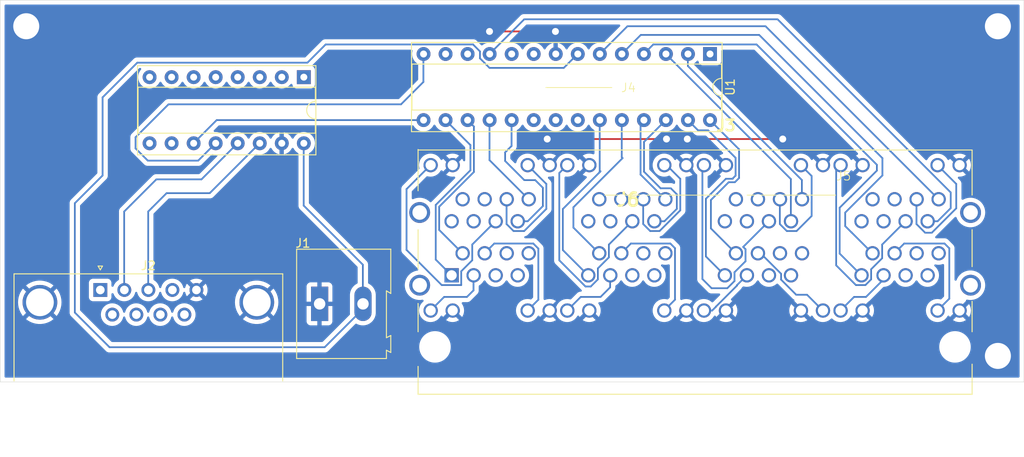
<source format=kicad_pcb>
(kicad_pcb (version 20240108) (generator "pcbnew") (generator_version "8.0")
  (layers (0 "F.Cu" signal) (31 "B.Cu" signal) (34 "B.Paste" user) (35 "F.Paste" user) (36 "B.SilkS" user "B.Silkscreen") (37 "F.SilkS" user "F.Silkscreen") (38 "B.Mask" user) (39 "F.Mask" user) (44 "Edge.Cuts" user))
  (net 0 "")
  (net 1 "GND")
  (net 2 "+5V")
  (net 8 "Net-(U2-T1OUT)")
  (net 15 "Net-(U1-PB4)")
  (net 16 "Net-(U1-PC3)")
  (net 17 "Net-(U1-PD1)")
  (net 22 "Net-(U1-PD4)")
  (net 23 "Net-(J3-ANODE_GREEN_2)")
  (net 25 "Net-(U1-PD3)")
  (net 27 "Net-(U1-PC0)")
  (net 28 "Net-(U1-PD0)")
  (net 35 "Net-(U1-PC2)")
  (net 39 "Net-(U1-PD5)")
  (net 40 "Net-(J3-ANODE_GREEN_1)")
  (net 41 "Net-(U1-PC1)")
  (net 43 "Net-(J3-ANODE_GREEN_11)")
  (net 45 "Net-(J3-ANODE_GREEN_7)")
  (net 46 "Net-(U1-PC5)")
  (net 47 "Net-(U1-PB5)")
  (net 50 "Net-(J3-ANODE_GREEN_4)")
  (net 51 "Net-(U1-PD2)")
  (net 53 "Net-(J3-ANODE_GREEN_14)")
  (net 54 "Net-(J3-ANODE_GREEN_3)")
  (net 55 "Net-(J3-ANODE_GREEN_12)")
  (net 56 "Net-(J3-ANODE_GREEN_13)")
  (net 57 "Net-(U1-PC4)")
  (net 58 "Net-(J3-ANODE_GREEN_10)")
  (net 62 "Net-(U1-PB2)")
  (net 65 "Net-(J3-ANODE_GREEN_15)")
  (net 67 "Net-(J3-ANODE_GREEN_16)")
  (net 69 "Net-(U1-PB3)")
  (net 71 "Net-(J3-ANODE_GREEN_9)")
  (net 76 "Net-(U1-PB0)")
  (net 79 "Net-(U1-PB1)")
  (net 95 "Net-(U2-R1IN)")
  (net 96 "Net-(J3-ANODE_GREEN_5)")
  (net 97 "Net-(J3-ANODE_GREEN_6)")
  (net 98 "Net-(J3-ANODE_GREEN_8)")
  (footprint "TerminalBlock:TerminalBlock_Altech_AK300-2_P5.00mm" (layer "F.Cu") (at 120.32 108.53)
    (property "Reference" "J1" (at -1.92 -6.99 0) (layer "F.SilkS"))
    (property "Value" "Screw_Terminal_01x02")
    (fp_line (start -2.65 -6.3) (end -2.65 6.3) (stroke (width 0.12)) (layer "F.SilkS"))
    (fp_line (start -2.65 6.3) (end 7.7 6.3) (stroke (width 0.12)) (layer "F.SilkS"))
    (fp_line (start 7.7 -1.5) (end 8.2 -1.2) (stroke (width 0.12)) (layer "F.SilkS"))
    (fp_line (start 7.7 3.9) (end 7.7 -1.5) (stroke (width 0.12)) (layer "F.SilkS"))
    (fp_line (start 7.7 5.35) (end 8.2 5.6) (stroke (width 0.12)) (layer "F.SilkS"))
    (fp_line (start 7.7 6.3) (end 7.7 5.35) (stroke (width 0.12)) (layer "F.SilkS"))
    (fp_line (start 8.2 -6.3) (end -2.65 -6.3) (stroke (width 0.12)) (layer "F.SilkS"))
    (fp_line (start 8.2 -1.2) (end 8.2 -6.3) (stroke (width 0.12)) (layer "F.SilkS"))
    (fp_line (start 8.2 3.65) (end 7.7 3.9) (stroke (width 0.12)) (layer "F.SilkS"))
    (fp_line (start 8.2 3.7) (end 8.2 3.65) (stroke (width 0.12)) (layer "F.SilkS"))
    (fp_line (start 8.2 5.6) (end 8.2 3.7) (stroke (width 0.12)) (layer "F.SilkS"))
    (pad "1" thru_hole rect (at 0 0) (size 1.98 3.96) (drill 1.32) (layers "*.Cu" "*.Mask") (net 1 "GND"))
    (pad "2" thru_hole oval (at 5 0) (size 1.98 3.96) (drill 1.32) (layers "*.Cu" "*.Mask") (net 2 "+5V"))
  )
  (footprint "Package_DIP:DIP-16_W7.62mm_Socket" (layer "F.Cu") (at 118.5 82.4 -90)
    (property "Reference" "U2" (hide yes))
    (property "Value" "MAX232")
    (fp_line (start -1.33 19.17) (end 8.95 19.17) (stroke (width 0.12)) (layer "F.SilkS"))
    (fp_line (start 8.95 19.17) (end 8.95 -1.39) (stroke (width 0.12)) (layer "F.SilkS"))
    (fp_line (start 1.16 19.11) (end 6.46 19.11) (stroke (width 0.12)) (layer "F.SilkS"))
    (fp_line (start 6.46 19.11) (end 6.46 -1.33) (stroke (width 0.12)) (layer "F.SilkS"))
    (fp_line (start 1.16 -1.33) (end 1.16 19.11) (stroke (width 0.12)) (layer "F.SilkS"))
    (fp_line (start 2.81 -1.33) (end 1.16 -1.33) (stroke (width 0.12)) (layer "F.SilkS"))
    (fp_line (start 6.46 -1.33) (end 4.81 -1.33) (stroke (width 0.12)) (layer "F.SilkS"))
    (fp_line (start -1.33 -1.39) (end -1.33 19.17) (stroke (width 0.12)) (layer "F.SilkS"))
    (fp_line (start 8.95 -1.39) (end -1.33 -1.39) (stroke (width 0.12)) (layer "F.SilkS"))
    (fp_arc (start 4.81 -1.33) (mid 3.81 -0.33) (end 2.81 -1.33) (stroke (width 0.12)) (layer "F.SilkS"))
    (pad "1" thru_hole rect (at 0 0 270) (size 1.6 1.6) (drill 0.8) (layers "*.Cu" "*.Mask"))
    (pad "2" thru_hole oval (at 0 2.54 270) (size 1.6 1.6) (drill 0.8) (layers "*.Cu" "*.Mask"))
    (pad "3" thru_hole oval (at 0 5.08 270) (size 1.6 1.6) (drill 0.8) (layers "*.Cu" "*.Mask"))
    (pad "4" thru_hole oval (at 0 7.62 270) (size 1.6 1.6) (drill 0.8) (layers "*.Cu" "*.Mask"))
    (pad "5" thru_hole oval (at 0 10.16 270) (size 1.6 1.6) (drill 0.8) (layers "*.Cu" "*.Mask"))
    (pad "6" thru_hole oval (at 0 12.7 270) (size 1.6 1.6) (drill 0.8) (layers "*.Cu" "*.Mask"))
    (pad "7" thru_hole oval (at 0 15.24 270) (size 1.6 1.6) (drill 0.8) (layers "*.Cu" "*.Mask"))
    (pad "8" thru_hole oval (at 0 17.78 270) (size 1.6 1.6) (drill 0.8) (layers "*.Cu" "*.Mask"))
    (pad "9" thru_hole oval (at 7.62 17.78 270) (size 1.6 1.6) (drill 0.8) (layers "*.Cu" "*.Mask"))
    (pad "10" thru_hole oval (at 7.62 15.24 270) (size 1.6 1.6) (drill 0.8) (layers "*.Cu" "*.Mask"))
    (pad "11" thru_hole oval (at 7.62 12.7 270) (size 1.6 1.6) (drill 0.8) (layers "*.Cu" "*.Mask") (net 79 "Net-(U1-PB1)"))
    (pad "12" thru_hole oval (at 7.62 10.16 270) (size 1.6 1.6) (drill 0.8) (layers "*.Cu" "*.Mask") (net 76 "Net-(U1-PB0)"))
    (pad "13" thru_hole oval (at 7.62 7.62 270) (size 1.6 1.6) (drill 0.8) (layers "*.Cu" "*.Mask") (net 95 "Net-(U2-R1IN)"))
    (pad "14" thru_hole oval (at 7.62 5.08 270) (size 1.6 1.6) (drill 0.8) (layers "*.Cu" "*.Mask") (net 8 "Net-(U2-T1OUT)"))
    (pad "15" thru_hole oval (at 7.62 2.54 270) (size 1.6 1.6) (drill 0.8) (layers "*.Cu" "*.Mask") (net 1 "GND"))
    (pad "16" thru_hole oval (at 7.62 0 270) (size 1.6 1.6) (drill 0.8) (layers "*.Cu" "*.Mask") (net 2 "+5V"))
  )
  (footprint "rj45:HCJ24804SKL12" (layer "F.Cu") (at 163.604 103.462)
    (property "Reference" "J3" (at 3.554 -15.494 0) (layer "F.SilkS") (effects (font (size 1.27 1.27) (thickness 0.254))))
    (property "Value" "HCJ24-804SK-L12" (hide yes))
    (fp_line (start -31.929 -12.722) (end -31.929 -12.722) (stroke (width 0.1)) (layer "F.SilkS"))
    (fp_line (start -31.929 -12.722) (end -31.929 -7.972) (stroke (width 0.1)) (layer "F.SilkS"))
    (fp_line (start -31.929 -12.662) (end -31.929 -12.662) (stroke (width 0.1)) (layer "F.SilkS"))
    (fp_line (start -31.929 -12.662) (end 31.931 -12.662) (stroke (width 0.1)) (layer "F.SilkS"))
    (fp_line (start -31.929 -7.972) (end -31.929 -12.722) (stroke (width 0.1)) (layer "F.SilkS"))
    (fp_line (start -31.929 -7.972) (end -31.929 -7.972) (stroke (width 0.1)) (layer "F.SilkS"))
    (fp_line (start -31.929 -3.472) (end -31.929 -3.472) (stroke (width 0.1)) (layer "F.SilkS"))
    (fp_line (start -31.929 -3.472) (end -31.929 1.028) (stroke (width 0.1)) (layer "F.SilkS"))
    (fp_line (start -31.929 1.028) (end -31.929 -3.472) (stroke (width 0.1)) (layer "F.SilkS"))
    (fp_line (start -31.929 1.028) (end -31.929 1.028) (stroke (width 0.1)) (layer "F.SilkS"))
    (fp_line (start -31.929 5.028) (end -31.929 5.028) (stroke (width 0.1)) (layer "F.SilkS"))
    (fp_line (start -31.929 5.028) (end -31.929 8.278) (stroke (width 0.1)) (layer "F.SilkS"))
    (fp_line (start -31.929 8.278) (end -31.929 5.028) (stroke (width 0.1)) (layer "F.SilkS"))
    (fp_line (start -31.929 8.278) (end -31.929 8.278) (stroke (width 0.1)) (layer "F.SilkS"))
    (fp_line (start -31.929 12.278) (end -31.929 12.278) (stroke (width 0.1)) (layer "F.SilkS"))
    (fp_line (start -31.929 12.278) (end -31.929 15.488) (stroke (width 0.1)) (layer "F.SilkS"))
    (fp_line (start -31.929 15.488) (end -31.929 12.278) (stroke (width 0.1)) (layer "F.SilkS"))
    (fp_line (start -31.929 15.488) (end -31.929 15.488) (stroke (width 0.1)) (layer "F.SilkS"))
    (fp_line (start -31.929 15.488) (end -31.929 15.488) (stroke (width 0.1)) (layer "F.SilkS"))
    (fp_line (start -31.929 15.488) (end 31.931 15.488) (stroke (width 0.1)) (layer "F.SilkS"))
    (fp_line (start 31.931 -12.662) (end -31.929 -12.662) (stroke (width 0.1)) (layer "F.SilkS"))
    (fp_line (start 31.931 -12.662) (end 31.931 -12.662) (stroke (width 0.1)) (layer "F.SilkS"))
    (fp_line (start 31.931 -12.662) (end 31.931 -12.662) (stroke (width 0.1)) (layer "F.SilkS"))
    (fp_line (start 31.931 -12.662) (end 31.931 -7.472) (stroke (width 0.1)) (layer "F.SilkS"))
    (fp_line (start 31.931 -7.472) (end 31.931 -12.662) (stroke (width 0.1)) (layer "F.SilkS"))
    (fp_line (start 31.931 -7.472) (end 31.931 -7.472) (stroke (width 0.1)) (layer "F.SilkS"))
    (fp_line (start 31.931 -3.472) (end 31.931 -3.472) (stroke (width 0.1)) (layer "F.SilkS"))
    (fp_line (start 31.931 -3.472) (end 31.931 0.778) (stroke (width 0.1)) (layer "F.SilkS"))
    (fp_line (start 31.931 0.778) (end 31.931 -3.472) (stroke (width 0.1)) (layer "F.SilkS"))
    (fp_line (start 31.931 0.778) (end 31.931 0.778) (stroke (width 0.1)) (layer "F.SilkS"))
    (fp_line (start 31.931 4.778) (end 31.931 4.778) (stroke (width 0.1)) (layer "F.SilkS"))
    (fp_line (start 31.931 4.778) (end 31.931 8.278) (stroke (width 0.1)) (layer "F.SilkS"))
    (fp_line (start 31.931 8.278) (end 31.931 4.778) (stroke (width 0.1)) (layer "F.SilkS"))
    (fp_line (start 31.931 8.278) (end 31.931 8.278) (stroke (width 0.1)) (layer "F.SilkS"))
    (fp_line (start 31.931 12.028) (end 31.931 12.028) (stroke (width 0.1)) (layer "F.SilkS"))
    (fp_line (start 31.931 12.028) (end 31.931 15.488) (stroke (width 0.1)) (layer "F.SilkS"))
    (fp_line (start 31.931 15.488) (end -31.929 15.488) (stroke (width 0.1)) (layer "F.SilkS"))
    (fp_line (start 31.931 15.488) (end 31.931 12.028) (stroke (width 0.1)) (layer "F.SilkS"))
    (fp_line (start 31.931 15.488) (end 31.931 15.488) (stroke (width 0.1)) (layer "F.SilkS"))
    (fp_line (start 31.931 15.488) (end 31.931 15.488) (stroke (width 0.1)) (layer "F.SilkS"))
    (pad "" np_thru_hole circle (at -29.969 10.028) (size 3.13 3.13) (drill 3.13) (layers "*.Cu" "*.Mask"))
    (pad "" np_thru_hole circle (at 29.971 10.028) (size 3.13 3.13) (drill 3.13) (layers "*.Cu" "*.Mask"))
    (pad "A1" thru_hole rect (at -28.069 1.778) (size 1.65 1.65) (drill 1.18) (layers "*.Cu" "*.Mask") (net 62 "Net-(U1-PB2)"))
    (pad "A2" thru_hole circle (at -26.799 -0.762) (size 1.65 1.65) (drill 1.18) (layers "*.Cu" "*.Mask") (net 69 "Net-(U1-PB3)"))
    (pad "A3" thru_hole circle (at -25.529 1.778) (size 1.65 1.65) (drill 1.18) (layers "*.Cu" "*.Mask") (net 23 "Net-(J3-ANODE_GREEN_2)"))
    (pad "A4" thru_hole circle (at -24.259 -0.762) (size 1.65 1.65) (drill 1.18) (layers "*.Cu" "*.Mask") (net 40 "Net-(J3-ANODE_GREEN_1)"))
    (pad "A5" thru_hole circle (at -22.989 1.778) (size 1.65 1.65) (drill 1.18) (layers "*.Cu" "*.Mask"))
    (pad "A6" thru_hole circle (at -21.719 -0.762) (size 1.65 1.65) (drill 1.18) (layers "*.Cu" "*.Mask"))
    (pad "A7" thru_hole circle (at -20.449 1.778) (size 1.65 1.65) (drill 1.18) (layers "*.Cu" "*.Mask"))
    (pad "A8" thru_hole circle (at -19.179 -0.762) (size 1.65 1.65) (drill 1.18) (layers "*.Cu" "*.Mask"))
    (pad "A9" thru_hole circle (at -16.764 5.838) (size 1.65 1.65) (drill 1.18) (layers "*.Cu" "*.Mask") (net 1 "GND"))
    (pad "A10" thru_hole circle (at -19.304 5.838) (size 1.65 1.65) (drill 1.18) (layers "*.Cu" "*.Mask") (net 40 "Net-(J3-ANODE_GREEN_1)"))
    (pad "A11" thru_hole circle (at -27.944 5.838) (size 1.65 1.65) (drill 1.18) (layers "*.Cu" "*.Mask") (net 1 "GND"))
    (pad "A12" thru_hole circle (at -30.484 5.838) (size 1.65 1.65) (drill 1.18) (layers "*.Cu" "*.Mask") (net 23 "Net-(J3-ANODE_GREEN_2)"))
    (pad "B1" thru_hole circle (at -19.179 -6.992) (size 1.65 1.65) (drill 1.18) (layers "*.Cu" "*.Mask") (net 15 "Net-(U1-PB4)"))
    (pad "B2" thru_hole circle (at -20.449 -4.452) (size 1.65 1.65) (drill 1.18) (layers "*.Cu" "*.Mask") (net 47 "Net-(U1-PB5)"))
    (pad "B3" thru_hole circle (at -21.719 -6.992) (size 1.65 1.65) (drill 1.18) (layers "*.Cu" "*.Mask") (net 50 "Net-(J3-ANODE_GREEN_4)"))
    (pad "B4" thru_hole circle (at -22.989 -4.452) (size 1.65 1.65) (drill 1.18) (layers "*.Cu" "*.Mask") (net 54 "Net-(J3-ANODE_GREEN_3)"))
    (pad "B5" thru_hole circle (at -24.259 -6.992) (size 1.65 1.65) (drill 1.18) (layers "*.Cu" "*.Mask"))
    (pad "B6" thru_hole circle (at -25.529 -4.452) (size 1.65 1.65) (drill 1.18) (layers "*.Cu" "*.Mask"))
    (pad "B7" thru_hole circle (at -26.799 -6.992) (size 1.65 1.65) (drill 1.18) (layers "*.Cu" "*.Mask"))
    (pad "B8" thru_hole circle (at -28.069 -4.452) (size 1.65 1.65) (drill 1.18) (layers "*.Cu" "*.Mask"))
    (pad "B9" thru_hole circle (at -30.484 -10.922) (size 1.65 1.65) (drill 1.18) (layers "*.Cu" "*.Mask") (net 54 "Net-(J3-ANODE_GREEN_3)"))
    (pad "B10" thru_hole circle (at -27.944 -10.922) (size 1.65 1.65) (drill 1.18) (layers "*.Cu" "*.Mask") (net 1 "GND"))
    (pad "B11" thru_hole circle (at -19.304 -10.922) (size 1.65 1.65) (drill 1.18) (layers "*.Cu" "*.Mask") (net 50 "Net-(J3-ANODE_GREEN_4)"))
    (pad "B12" thru_hole circle (at -16.764 -10.922) (size 1.65 1.65) (drill 1.18) (layers "*.Cu" "*.Mask") (net 1 "GND"))
    (pad "C1" thru_hole circle (at -12.319 1.778) (size 1.65 1.65) (drill 1.18) (layers "*.Cu" "*.Mask") (net 27 "Net-(U1-PC0)"))
    (pad "C2" thru_hole circle (at -11.049 -0.762) (size 1.65 1.65) (drill 1.18) (layers "*.Cu" "*.Mask") (net 41 "Net-(U1-PC1)"))
    (pad "C3" thru_hole circle (at -9.779 1.778) (size 1.65 1.65) (drill 1.18) (layers "*.Cu" "*.Mask") (net 97 "Net-(J3-ANODE_GREEN_6)"))
    (pad "C4" thru_hole circle (at -8.509 -0.762) (size 1.65 1.65) (drill 1.18) (layers "*.Cu" "*.Mask") (net 96 "Net-(J3-ANODE_GREEN_5)"))
    (pad "C5" thru_hole circle (at -7.239 1.778) (size 1.65 1.65) (drill 1.18) (layers "*.Cu" "*.Mask"))
    (pad "C6" thru_hole circle (at -5.969 -0.762) (size 1.65 1.65) (drill 1.18) (layers "*.Cu" "*.Mask"))
    (pad "C7" thru_hole circle (at -4.699 1.778) (size 1.65 1.65) (drill 1.18) (layers "*.Cu" "*.Mask"))
    (pad "C8" thru_hole circle (at -3.429 -0.762) (size 1.65 1.65) (drill 1.18) (layers "*.Cu" "*.Mask"))
    (pad "C9" thru_hole circle (at -1.014 5.838) (size 1.65 1.65) (drill 1.18) (layers "*.Cu" "*.Mask") (net 1 "GND"))
    (pad "C10" thru_hole circle (at -3.554 5.838) (size 1.65 1.65) (drill 1.18) (layers "*.Cu" "*.Mask") (net 96 "Net-(J3-ANODE_GREEN_5)"))
    (pad "C11" thru_hole circle (at -12.194 5.838) (size 1.65 1.65) (drill 1.18) (layers "*.Cu" "*.Mask") (net 1 "GND"))
    (pad "C12" thru_hole circle (at -14.734 5.838) (size 1.65 1.65) (drill 1.18) (layers "*.Cu" "*.Mask") (net 97 "Net-(J3-ANODE_GREEN_6)"))
    (pad "D1" thru_hole circle (at -3.429 -6.992) (size 1.65 1.65) (drill 1.18) (layers "*.Cu" "*.Mask") (net 35 "Net-(U1-PC2)"))
    (pad "D2" thru_hole circle (at -4.699 -4.452) (size 1.65 1.65) (drill 1.18) (layers "*.Cu" "*.Mask") (net 16 "Net-(U1-PC3)"))
    (pad "D3" thru_hole circle (at -5.969 -6.992) (size 1.65 1.65) (drill 1.18) (layers "*.Cu" "*.Mask") (net 98 "Net-(J3-ANODE_GREEN_8)"))
    (pad "D4" thru_hole circle (at -7.239 -4.452) (size 1.65 1.65) (drill 1.18) (layers "*.Cu" "*.Mask") (net 45 "Net-(J3-ANODE_GREEN_7)"))
    (pad "D5" thru_hole circle (at -8.509 -6.992) (size 1.65 1.65) (drill 1.18) (layers "*.Cu" "*.Mask"))
    (pad "D6" thru_hole circle (at -9.779 -4.452) (size 1.65 1.65) (drill 1.18) (layers "*.Cu" "*.Mask"))
    (pad "D7" thru_hole circle (at -11.049 -6.992) (size 1.65 1.65) (drill 1.18) (layers "*.Cu" "*.Mask"))
    (pad "D8" thru_hole circle (at -12.319 -4.452) (size 1.65 1.65) (drill 1.18) (layers "*.Cu" "*.Mask"))
    (pad "D9" thru_hole circle (at -14.734 -10.922) (size 1.65 1.65) (drill 1.18) (layers "*.Cu" "*.Mask") (net 45 "Net-(J3-ANODE_GREEN_7)"))
    (pad "D10" thru_hole circle (at -12.194 -10.922) (size 1.65 1.65) (drill 1.18) (layers "*.Cu" "*.Mask") (net 1 "GND"))
    (pad "D11" thru_hole circle (at -3.554 -10.922) (size 1.65 1.65) (drill 1.18) (layers "*.Cu" "*.Mask") (net 98 "Net-(J3-ANODE_GREEN_8)"))
    (pad "D12" thru_hole circle (at -1.014 -10.922) (size 1.65 1.65) (drill 1.18) (layers "*.Cu" "*.Mask") (net 1 "GND"))
    (pad "E1" thru_hole circle (at 3.431 1.778) (size 1.65 1.65) (drill 1.18) (layers "*.Cu" "*.Mask") (net 57 "Net-(U1-PC4)"))
    (pad "E2" thru_hole circle (at 4.701 -0.762) (size 1.65 1.65) (drill 1.18) (layers "*.Cu" "*.Mask") (net 46 "Net-(U1-PC5)"))
    (pad "E3" thru_hole circle (at 5.971 1.778) (size 1.65 1.65) (drill 1.18) (layers "*.Cu" "*.Mask") (net 71 "Net-(J3-ANODE_GREEN_9)"))
    (pad "E4" thru_hole circle (at 7.241 -0.762) (size 1.65 1.65) (drill 1.18) (layers "*.Cu" "*.Mask") (net 58 "Net-(J3-ANODE_GREEN_10)"))
    (pad "E5" thru_hole circle (at 8.511 1.778) (size 1.65 1.65) (drill 1.18) (layers "*.Cu" "*.Mask"))
    (pad "E6" thru_hole circle (at 9.781 -0.762) (size 1.65 1.65) (drill 1.18) (layers "*.Cu" "*.Mask"))
    (pad "E7" thru_hole circle (at 11.051 1.778) (size 1.65 1.65) (drill 1.18) (layers "*.Cu" "*.Mask"))
    (pad "E8" thru_hole circle (at 12.321 -0.762) (size 1.65 1.65) (drill 1.18) (layers "*.Cu" "*.Mask"))
    (pad "E9" thru_hole circle (at 3.556 5.838) (size 1.65 1.65) (drill 1.18) (layers "*.Cu" "*.Mask") (net 1 "GND"))
    (pad "E10" thru_hole circle (at 1.016 5.838) (size 1.65 1.65) (drill 1.18) (layers "*.Cu" "*.Mask") (net 71 "Net-(J3-ANODE_GREEN_9)"))
    (pad "E11" thru_hole circle (at 12.196 5.838) (size 1.65 1.65) (drill 1.18) (layers "*.Cu" "*.Mask") (net 1 "GND"))
    (pad "E12" thru_hole circle (at 14.736 5.838) (size 1.65 1.65) (drill 1.18) (layers "*.Cu" "*.Mask") (net 58 "Net-(J3-ANODE_GREEN_10)"))
    (pad "F1" thru_hole circle (at 12.321 -6.992) (size 1.65 1.65) (drill 1.18) (layers "*.Cu" "*.Mask") (net 28 "Net-(U1-PD0)"))
    (pad "F2" thru_hole circle (at 11.051 -4.452) (size 1.65 1.65) (drill 1.18) (layers "*.Cu" "*.Mask") (net 17 "Net-(U1-PD1)"))
    (pad "F3" thru_hole circle (at 9.781 -6.992) (size 1.65 1.65) (drill 1.18) (layers "*.Cu" "*.Mask") (net 55 "Net-(J3-ANODE_GREEN_12)"))
    (pad "F4" thru_hole circle (at 8.511 -4.452) (size 1.65 1.65) (drill 1.18) (layers "*.Cu" "*.Mask") (net 43 "Net-(J3-ANODE_GREEN_11)"))
    (pad "F5" thru_hole circle (at 7.241 -6.992) (size 1.65 1.65) (drill 1.18) (layers "*.Cu" "*.Mask"))
    (pad "F6" thru_hole circle (at 5.971 -4.452) (size 1.65 1.65) (drill 1.18) (layers "*.Cu" "*.Mask"))
    (pad "F7" thru_hole circle (at 4.701 -6.992) (size 1.65 1.65) (drill 1.18) (layers "*.Cu" "*.Mask"))
    (pad "F8" thru_hole circle (at 3.431 -4.452) (size 1.65 1.65) (drill 1.18) (layers "*.Cu" "*.Mask"))
    (pad "F9" thru_hole circle (at 1.016 -10.922) (size 1.65 1.65) (drill 1.18) (layers "*.Cu" "*.Mask") (net 43 "Net-(J3-ANODE_GREEN_11)"))
    (pad "F10" thru_hole circle (at 3.556 -10.922) (size 1.65 1.65) (drill 1.18) (layers "*.Cu" "*.Mask") (net 1 "GND"))
    (pad "F11" thru_hole circle (at 12.196 -10.922) (size 1.65 1.65) (drill 1.18) (layers "*.Cu" "*.Mask") (net 55 "Net-(J3-ANODE_GREEN_12)"))
    (pad "F12" thru_hole circle (at 14.736 -10.922) (size 1.65 1.65) (drill 1.18) (layers "*.Cu" "*.Mask") (net 1 "GND"))
    (pad "G1" thru_hole circle (at 19.181 1.778) (size 1.65 1.65) (drill 1.18) (layers "*.Cu" "*.Mask") (net 51 "Net-(U1-PD2)"))
    (pad "G2" thru_hole circle (at 20.451 -0.762) (size 1.65 1.65) (drill 1.18) (layers "*.Cu" "*.Mask") (net 25 "Net-(U1-PD3)"))
    (pad "G3" thru_hole circle (at 21.721 1.778) (size 1.65 1.65) (drill 1.18) (layers "*.Cu" "*.Mask") (net 53 "Net-(J3-ANODE_GREEN_14)"))
    (pad "G4" thru_hole circle (at 22.991 -0.762) (size 1.65 1.65) (drill 1.18) (layers "*.Cu" "*.Mask") (net 56 "Net-(J3-ANODE_GREEN_13)"))
    (pad "G5" thru_hole circle (at 24.261 1.778) (size 1.65 1.65) (drill 1.18) (layers "*.Cu" "*.Mask"))
    (pad "G6" thru_hole circle (at 25.531 -0.762) (size 1.65 1.65) (drill 1.18) (layers "*.Cu" "*.Mask"))
    (pad "G7" thru_hole circle (at 26.801 1.778) (size 1.65 1.65) (drill 1.18) (layers "*.Cu" "*.Mask"))
    (pad "G8" thru_hole circle (at 28.071 -0.762) (size 1.65 1.65) (drill 1.18) (layers "*.Cu" "*.Mask"))
    (pad "G9" thru_hole circle (at 30.486 5.838) (size 1.65 1.65) (drill 1.18) (layers "*.Cu" "*.Mask") (net 1 "GND"))
    (pad "G10" thru_hole circle (at 27.946 5.838) (size 1.65 1.65) (drill 1.18) (layers "*.Cu" "*.Mask") (net 56 "Net-(J3-ANODE_GREEN_13)"))
    (pad "G11" thru_hole circle (at 19.306 5.838) (size 1.65 1.65) (drill 1.18) (layers "*.Cu" "*.Mask") (net 1 "GND"))
    (pad "G12" thru_hole circle (at 16.766 5.838) (size 1.65 1.65) (drill 1.18) (layers "*.Cu" "*.Mask") (net 53 "Net-(J3-ANODE_GREEN_14)"))
    (pad "H1" thru_hole circle (at 28.071 -6.992) (size 1.65 1.65) (drill 1.18) (layers "*.Cu" "*.Mask") (net 22 "Net-(U1-PD4)"))
    (pad "H2" thru_hole circle (at 26.801 -4.452) (size 1.65 1.65) (drill 1.18) (layers "*.Cu" "*.Mask") (net 39 "Net-(U1-PD5)"))
    (pad "H3" thru_hole circle (at 25.531 -6.992) (size 1.65 1.65) (drill 1.18) (layers "*.Cu" "*.Mask") (net 67 "Net-(J3-ANODE_GREEN_16)"))
    (pad "H4" thru_hole circle (at 24.261 -4.452) (size 1.65 1.65) (drill 1.18) (layers "*.Cu" "*.Mask") (net 65 "Net-(J3-ANODE_GREEN_15)"))
    (pad "H5" thru_hole circle (at 22.991 -6.992) (size 1.65 1.65) (drill 1.18) (layers "*.Cu" "*.Mask"))
    (pad "H6" thru_hole circle (at 21.721 -4.452) (size 1.65 1.65) (drill 1.18) (layers "*.Cu" "*.Mask"))
    (pad "H7" thru_hole circle (at 20.451 -6.992) (size 1.65 1.65) (drill 1.18) (layers "*.Cu" "*.Mask"))
    (pad "H8" thru_hole circle (at 19.181 -4.452) (size 1.65 1.65) (drill 1.18) (layers "*.Cu" "*.Mask"))
    (pad "H9" thru_hole circle (at 16.766 -10.922) (size 1.65 1.65) (drill 1.18) (layers "*.Cu" "*.Mask") (net 65 "Net-(J3-ANODE_GREEN_15)"))
    (pad "H10" thru_hole circle (at 19.306 -10.922) (size 1.65 1.65) (drill 1.18) (layers "*.Cu" "*.Mask") (net 1 "GND"))
    (pad "H11" thru_hole circle (at 27.946 -10.922) (size 1.65 1.65) (drill 1.18) (layers "*.Cu" "*.Mask") (net 67 "Net-(J3-ANODE_GREEN_16)"))
    (pad "H12" thru_hole circle (at 30.486 -10.922) (size 1.65 1.65) (drill 1.18) (layers "*.Cu" "*.Mask") (net 1 "GND"))
    (pad "MH1" thru_hole circle (at -31.749 2.918) (size 2.4 2.4) (drill 1.68) (layers "*.Cu" "*.Mask"))
    (pad "MH2" thru_hole circle (at -31.749 -5.462) (size 2.4 2.4) (drill 1.68) (layers "*.Cu" "*.Mask"))
    (pad "MH3" thru_hole circle (at 31.751 2.918) (size 2.4 2.4) (drill 1.68) (layers "*.Cu" "*.Mask"))
    (pad "MH4" thru_hole circle (at 31.751 -5.462) (size 2.4 2.4) (drill 1.68) (layers "*.Cu" "*.Mask"))
  )
  (footprint "Connector_Dsub:DSUB-9_Male_Horizontal_P2.77x2.84mm_EdgePinOffset7.70mm_Housed_MountingHolesOffset9.12mm" (layer "F.Cu") (at 95.04 106.93)
    (property "Reference" "J2" (at 5.54 -2.8 0) (layer "F.SilkS"))
    (property "Value" "DE9_Plug")
    (fp_line (start -9.945 -1.86) (end 21.025 -1.86) (stroke (width 0.12)) (layer "F.SilkS"))
    (fp_line (start -9.945 10.48) (end -9.945 -1.86) (stroke (width 0.12)) (layer "F.SilkS"))
    (fp_line (start -0.25 -2.754338) (end 0.25 -2.754338) (stroke (width 0.12)) (layer "F.SilkS"))
    (fp_line (start 0 -2.321325) (end -0.25 -2.754338) (stroke (width 0.12)) (layer "F.SilkS"))
    (fp_line (start 0.25 -2.754338) (end 0 -2.321325) (stroke (width 0.12)) (layer "F.SilkS"))
    (fp_line (start 21.025 -1.86) (end 21.025 10.48) (stroke (width 0.12)) (layer "F.SilkS"))
    (pad "0" thru_hole circle (at -6.96 1.42) (size 4 4) (drill 3.2) (layers "*.Cu" "*.Mask") (net 1 "GND"))
    (pad "0" thru_hole circle (at 18.04 1.42) (size 4 4) (drill 3.2) (layers "*.Cu" "*.Mask") (net 1 "GND"))
    (pad "1" thru_hole rect (at 0 0) (size 1.6 1.6) (drill 1) (layers "*.Cu" "*.Mask"))
    (pad "2" thru_hole circle (at 2.77 0) (size 1.6 1.6) (drill 1) (layers "*.Cu" "*.Mask") (net 95 "Net-(U2-R1IN)"))
    (pad "3" thru_hole circle (at 5.54 0) (size 1.6 1.6) (drill 1) (layers "*.Cu" "*.Mask") (net 8 "Net-(U2-T1OUT)"))
    (pad "4" thru_hole circle (at 8.31 0) (size 1.6 1.6) (drill 1) (layers "*.Cu" "*.Mask"))
    (pad "5" thru_hole circle (at 11.08 0) (size 1.6 1.6) (drill 1) (layers "*.Cu" "*.Mask") (net 1 "GND"))
    (pad "6" thru_hole circle (at 1.385 2.84) (size 1.6 1.6) (drill 1) (layers "*.Cu" "*.Mask"))
    (pad "7" thru_hole circle (at 4.155 2.84) (size 1.6 1.6) (drill 1) (layers "*.Cu" "*.Mask"))
    (pad "8" thru_hole circle (at 6.925 2.84) (size 1.6 1.6) (drill 1) (layers "*.Cu" "*.Mask"))
    (pad "9" thru_hole circle (at 9.695 2.84) (size 1.6 1.6) (drill 1) (layers "*.Cu" "*.Mask"))
  )
  (footprint "Package_DIP:DIP-28_W7.62mm_Socket" (layer "F.Cu") (at 165.32 79.73 -90)
    (property "Reference" "U1" (at 3.81 -2.33 90) (layer "F.SilkS"))
    (property "Value" "ATmega8A-P")
    (fp_line (start -1.33 34.41) (end 8.95 34.41) (stroke (width 0.12)) (layer "F.SilkS"))
    (fp_line (start 8.95 34.41) (end 8.95 -1.39) (stroke (width 0.12)) (layer "F.SilkS"))
    (fp_line (start 1.16 34.35) (end 6.46 34.35) (stroke (width 0.12)) (layer "F.SilkS"))
    (fp_line (start 6.46 34.35) (end 6.46 -1.33) (stroke (width 0.12)) (layer "F.SilkS"))
    (fp_line (start 1.16 -1.33) (end 1.16 34.35) (stroke (width 0.12)) (layer "F.SilkS"))
    (fp_line (start 2.81 -1.33) (end 1.16 -1.33) (stroke (width 0.12)) (layer "F.SilkS"))
    (fp_line (start 6.46 -1.33) (end 4.81 -1.33) (stroke (width 0.12)) (layer "F.SilkS"))
    (fp_line (start -1.33 -1.39) (end -1.33 34.41) (stroke (width 0.12)) (layer "F.SilkS"))
    (fp_line (start 8.95 -1.39) (end -1.33 -1.39) (stroke (width 0.12)) (layer "F.SilkS"))
    (fp_arc (start 4.81 -1.33) (mid 3.81 -0.33) (end 2.81 -1.33) (stroke (width 0.12)) (layer "F.SilkS"))
    (pad "1" thru_hole rect (at 0 0 270) (size 1.6 1.6) (drill 0.8) (layers "*.Cu" "*.Mask"))
    (pad "2" thru_hole oval (at 0 2.54 270) (size 1.6 1.6) (drill 0.8) (layers "*.Cu" "*.Mask") (net 28 "Net-(U1-PD0)"))
    (pad "3" thru_hole oval (at 0 5.08 270) (size 1.6 1.6) (drill 0.8) (layers "*.Cu" "*.Mask") (net 17 "Net-(U1-PD1)"))
    (pad "4" thru_hole oval (at 0 7.62 270) (size 1.6 1.6) (drill 0.8) (layers "*.Cu" "*.Mask") (net 51 "Net-(U1-PD2)"))
    (pad "5" thru_hole oval (at 0 10.16 270) (size 1.6 1.6) (drill 0.8) (layers "*.Cu" "*.Mask") (net 25 "Net-(U1-PD3)"))
    (pad "6" thru_hole oval (at 0 12.7 270) (size 1.6 1.6) (drill 0.8) (layers "*.Cu" "*.Mask") (net 22 "Net-(U1-PD4)"))
    (pad "7" thru_hole oval (at 0 15.24 270) (size 1.6 1.6) (drill 0.8) (layers "*.Cu" "*.Mask") (net 2 "+5V"))
    (pad "8" thru_hole oval (at 0 17.78 270) (size 1.6 1.6) (drill 0.8) (layers "*.Cu" "*.Mask") (net 1 "GND"))
    (pad "9" thru_hole oval (at 0 20.32 270) (size 1.6 1.6) (drill 0.8) (layers "*.Cu" "*.Mask"))
    (pad "10" thru_hole oval (at 0 22.86 270) (size 1.6 1.6) (drill 0.8) (layers "*.Cu" "*.Mask"))
    (pad "11" thru_hole oval (at 0 25.4 270) (size 1.6 1.6) (drill 0.8) (layers "*.Cu" "*.Mask") (net 39 "Net-(U1-PD5)"))
    (pad "12" thru_hole oval (at 0 27.94 270) (size 1.6 1.6) (drill 0.8) (layers "*.Cu" "*.Mask"))
    (pad "13" thru_hole oval (at 0 30.48 270) (size 1.6 1.6) (drill 0.8) (layers "*.Cu" "*.Mask"))
    (pad "14" thru_hole oval (at 0 33.02 270) (size 1.6 1.6) (drill 0.8) (layers "*.Cu" "*.Mask") (net 76 "Net-(U1-PB0)"))
    (pad "15" thru_hole oval (at 7.62 33.02 270) (size 1.6 1.6) (drill 0.8) (layers "*.Cu" "*.Mask") (net 79 "Net-(U1-PB1)"))
    (pad "16" thru_hole oval (at 7.62 30.48 270) (size 1.6 1.6) (drill 0.8) (layers "*.Cu" "*.Mask") (net 62 "Net-(U1-PB2)"))
    (pad "17" thru_hole oval (at 7.62 27.94 270) (size 1.6 1.6) (drill 0.8) (layers "*.Cu" "*.Mask") (net 69 "Net-(U1-PB3)"))
    (pad "18" thru_hole oval (at 7.62 25.4 270) (size 1.6 1.6) (drill 0.8) (layers "*.Cu" "*.Mask") (net 15 "Net-(U1-PB4)"))
    (pad "19" thru_hole oval (at 7.62 22.86 270) (size 1.6 1.6) (drill 0.8) (layers "*.Cu" "*.Mask") (net 47 "Net-(U1-PB5)"))
    (pad "20" thru_hole oval (at 7.62 20.32 270) (size 1.6 1.6) (drill 0.8) (layers "*.Cu" "*.Mask"))
    (pad "21" thru_hole oval (at 7.62 17.78 270) (size 1.6 1.6) (drill 0.8) (layers "*.Cu" "*.Mask"))
    (pad "22" thru_hole oval (at 7.62 15.24 270) (size 1.6 1.6) (drill 0.8) (layers "*.Cu" "*.Mask"))
    (pad "23" thru_hole oval (at 7.62 12.7 270) (size 1.6 1.6) (drill 0.8) (layers "*.Cu" "*.Mask") (net 27 "Net-(U1-PC0)"))
    (pad "24" thru_hole oval (at 7.62 10.16 270) (size 1.6 1.6) (drill 0.8) (layers "*.Cu" "*.Mask") (net 41 "Net-(U1-PC1)"))
    (pad "25" thru_hole oval (at 7.62 7.62 270) (size 1.6 1.6) (drill 0.8) (layers "*.Cu" "*.Mask") (net 35 "Net-(U1-PC2)"))
    (pad "26" thru_hole oval (at 7.62 5.08 270) (size 1.6 1.6) (drill 0.8) (layers "*.Cu" "*.Mask") (net 16 "Net-(U1-PC3)"))
    (pad "27" thru_hole oval (at 7.62 2.54 270) (size 1.6 1.6) (drill 0.8) (layers "*.Cu" "*.Mask") (net 57 "Net-(U1-PC4)"))
    (pad "28" thru_hole oval (at 7.62 0 270) (size 1.6 1.6) (drill 0.8) (layers "*.Cu" "*.Mask") (net 46 "Net-(U1-PC5)"))
  )
  (gr_line (start 179.8 96) (end 169.6 96) (stroke (width 0.1)) (layer "F.SilkS"))
  (gr_line (start 166.4 96) (end 153.2 96) (stroke (width 0.1)) (layer "F.SilkS"))
  (gr_line (start 154 83.6) (end 146.4 83.6) (stroke (width 0.1)) (layer "F.SilkS"))
  (gr_rect (start 83.503384 73.53) (end 201.503384 117.53) (stroke (width 0.05)) (fill none) (layer "Edge.Cuts"))
  (gr_text "J6\n" (at 154.4 97.4 0) (layer "F.SilkS") (effects (font (size 1.5 1.5) (thickness 0.3) (bold yes)) (justify left bottom)))
  (gr_text "J5\n\n" (at 179.8 96 0) (layer "F.SilkS") (effects (font (size 1 1) (thickness 0.1)) (justify left bottom)))
  (gr_text "J4\n" (at 155 84.2 0) (layer "F.SilkS") (effects (font (size 1 1) (thickness 0.1)) (justify left bottom)))
  (segment (start 147.556768 77.13) (end 139.956768 77.13) (width 0.2) (layer "F.Cu") (net 1))
  (segment (start 160.356768 89.53) (end 146.556768 89.53) (width 0.2) (layer "F.Cu") (net 1))
  (segment (start 162.756768 89.53) (end 173.756768 89.53) (width 0.2) (layer "F.Cu") (net 1))
  (via (at 146.556768 89.53) (size 1.6) (drill 0.8) (layers "F.Cu" "B.Cu") (net 1))
  (via (at 160.303384 89.53) (size 1.6) (drill 0.8) (layers "F.Cu" "B.Cu") (net 1))
  (via (at 162.703384 89.53) (size 1.6) (drill 0.8) (layers "F.Cu" "B.Cu") (net 1))
  (via (at 86.503384 76.53) (size 3.1) (drill 3) (layers "F.Cu" "B.Cu") (net 1))
  (via (at 139.903384 77.13) (size 1.6) (drill 0.8) (layers "F.Cu" "B.Cu") (net 1))
  (via (at 198.503384 114.53) (size 3.1) (drill 3) (layers "F.Cu" "B.Cu") (net 1))
  (via (at 198.503384 76.53) (size 3.1) (drill 3) (layers "F.Cu" "B.Cu") (net 1))
  (via (at 147.503384 77.13) (size 1.6) (drill 0.8) (layers "F.Cu" "B.Cu") (net 1))
  (via (at 173.703384 89.53) (size 1.6) (drill 0.8) (layers "F.Cu" "B.Cu") (net 1))
  (segment (start 95.303384 84.73) (end 95.303384 93.73) (width 0.2) (layer "B.Cu") (net 2))
  (segment (start 121.013384 78.63) (end 118.913384 80.73) (width 0.2) (layer "B.Cu") (net 2))
  (segment (start 120.903384 113.53) (end 125.303384 109.13) (width 0.2) (layer "B.Cu") (net 2))
  (segment (start 139.903384 81.33) (end 138.803384 80.23) (width 0.2) (layer "B.Cu") (net 2))
  (segment (start 99.303384 80.73) (end 95.303384 84.73) (width 0.2) (layer "B.Cu") (net 2))
  (segment (start 150.063384 79.73) (end 148.463384 81.33) (width 0.2) (layer "B.Cu") (net 2))
  (segment (start 138.003384 78.63) (end 121.013384 78.63) (width 0.2) (layer "B.Cu") (net 2))
  (segment (start 92.103384 109.53) (end 96.103384 113.53) (width 0.2) (layer "B.Cu") (net 2))
  (segment (start 125.303384 104.02) (end 118.483384 97.2) (width 0.2) (layer "B.Cu") (net 2))
  (segment (start 96.103384 113.53) (end 120.903384 113.53) (width 0.2) (layer "B.Cu") (net 2))
  (segment (start 138.803384 80.23) (end 138.803384 79.43) (width 0.2) (layer "B.Cu") (net 2))
  (segment (start 125.303384 108.53) (end 125.303384 104.02) (width 0.2) (layer "B.Cu") (net 2))
  (segment (start 95.303384 93.73) (end 92.103384 96.93) (width 0.2) (layer "B.Cu") (net 2))
  (segment (start 148.463384 81.33) (end 139.903384 81.33) (width 0.2) (layer "B.Cu") (net 2))
  (segment (start 118.913384 80.73) (end 99.303384 80.73) (width 0.2) (layer "B.Cu") (net 2))
  (segment (start 125.303384 109.13) (end 125.303384 108.53) (width 0.2) (layer "B.Cu") (net 2))
  (segment (start 92.103384 96.93) (end 92.103384 109.53) (width 0.2) (layer "B.Cu") (net 2))
  (segment (start 118.483384 97.2) (end 118.483384 90.02) (width 0.2) (layer "B.Cu") (net 2))
  (segment (start 138.803384 79.43) (end 138.003384 78.63) (width 0.2) (layer "B.Cu") (net 2))
  (segment (start 102.683053 95.77) (end 107.653384 95.77) (width 0.2) (layer "B.Cu") (net 8))
  (segment (start 100.563384 97.889668) (end 101.013218 97.439834) (width 0.2) (layer "B.Cu") (net 8))
  (segment (start 107.653384 95.77) (end 113.403384 90.02) (width 0.2) (layer "B.Cu") (net 8))
  (segment (start 101.013218 97.439834) (end 102.683053 95.77) (width 0.2) (layer "B.Cu") (net 8))
  (segment (start 100.563384 106.93) (end 100.563384 97.889668) (width 0.2) (layer "B.Cu") (net 8))
  (segment (start 139.903384 91.965) (end 139.903384 87.35) (width 0.2) (layer "B.Cu") (net 15))
  (segment (start 144.408384 96.47) (end 139.903384 91.965) (width 0.2) (layer "B.Cu") (net 15))
  (segment (start 158.888384 99.01) (end 160.063384 99.01) (width 0.2) (layer "B.Cu") (net 16))
  (segment (start 159.623384 95.21) (end 157.713384 93.3) (width 0.2) (layer "B.Cu") (net 16))
  (segment (start 161.493384 97.58) (end 161.493384 95.9) (width 0.2) (layer "B.Cu") (net 16))
  (segment (start 161.493384 95.9) (end 160.803384 95.21) (width 0.2) (layer "B.Cu") (net 16))
  (segment (start 157.713384 93.3) (end 157.713384 89.86) (width 0.2) (layer "B.Cu") (net 16))
  (segment (start 160.063384 99.01) (end 161.493384 97.58) (width 0.2) (layer "B.Cu") (net 16))
  (segment (start 160.803384 95.21) (end 159.623384 95.21) (width 0.2) (layer "B.Cu") (net 16))
  (segment (start 157.713384 89.86) (end 160.223384 87.35) (width 0.2) (layer "B.Cu") (net 16))
  (segment (start 174.638384 99.01) (end 174.013384 99.01) (width 0.2) (layer "B.Cu") (net 17))
  (segment (start 174.638384 94.145) (end 160.223384 79.73) (width 0.2) (layer "B.Cu") (net 17))
  (segment (start 174.638384 99.01) (end 174.638384 94.145) (width 0.2) (layer "B.Cu") (net 17))
  (segment (start 171.718384 76.53) (end 155.803384 76.53) (width 0.2) (layer "B.Cu") (net 22))
  (segment (start 155.803384 76.53) (end 152.603384 79.73) (width 0.2) (layer "B.Cu") (net 22))
  (segment (start 191.658384 96.47) (end 171.718384 76.53) (width 0.2) (layer "B.Cu") (net 22))
  (segment (start 133.103384 109.3) (end 134.673384 107.73) (width 0.2) (layer "B.Cu") (net 23))
  (segment (start 137.303384 107.73) (end 138.058384 106.975) (width 0.2) (layer "B.Cu") (net 23))
  (segment (start 138.058384 106.975) (end 138.058384 105.24) (width 0.2) (layer "B.Cu") (net 23))
  (segment (start 134.673384 107.73) (end 137.303384 107.73) (width 0.2) (layer "B.Cu") (net 23))
  (segment (start 184.038384 102.7) (end 181.643384 100.305) (width 0.2) (layer "B.Cu") (net 25))
  (segment (start 181.643384 100.305) (end 181.638384 100.305) (width 0.2) (layer "B.Cu") (net 25))
  (segment (start 170.983384 77.53) (end 157.343384 77.53) (width 0.2) (layer "B.Cu") (net 25))
  (segment (start 185.193384 91.74) (end 170.983384 77.53) (width 0.2) (layer "B.Cu") (net 25))
  (segment (start 180.903384 99.57) (end 180.903384 98.014009) (width 0.2) (layer "B.Cu") (net 25))
  (segment (start 185.193384 93.724009) (end 185.193384 91.74) (width 0.2) (layer "B.Cu") (net 25))
  (segment (start 157.343384 77.53) (end 155.143384 79.73) (width 0.2) (layer "B.Cu") (net 25))
  (segment (start 180.903384 98.014009) (end 185.193384 93.724009) (width 0.2) (layer "B.Cu") (net 25))
  (segment (start 181.638384 100.305) (end 180.903384 99.57) (width 0.2) (layer "B.Cu") (net 25))
  (segment (start 152.603384 93.35) (end 152.603384 87.35) (width 0.2) (layer "B.Cu") (net 27))
  (segment (start 152.563384 93.39) (end 148.353384 97.6) (width 0.2) (layer "B.Cu") (net 27))
  (segment (start 152.703384 93.25) (end 152.563384 93.39) (width 0.2) (layer "B.Cu") (net 27))
  (segment (start 148.353384 97.6) (end 148.353384 102.325) (width 0.2) (layer "B.Cu") (net 27))
  (segment (start 148.353384 102.325) (end 151.268384 105.24) (width 0.2) (layer "B.Cu") (net 27))
  (segment (start 152.563384 93.39) (end 152.603384 93.35) (width 0.2) (layer "B.Cu") (net 27))
  (segment (start 175.908384 96.47) (end 175.908384 94.255991) (width 0.2) (layer "B.Cu") (net 28))
  (segment (start 175.908384 94.255991) (end 162.763384 81.110991) (width 0.2) (layer "B.Cu") (net 28))
  (segment (start 162.763384 81.110991) (end 162.763384 79.73) (width 0.2) (layer "B.Cu") (net 28))
  (segment (start 157.313384 87.72) (end 157.683384 87.35) (width 0.2) (layer "B.Cu") (net 35))
  (segment (start 160.158384 96.47) (end 157.313384 93.625) (width 0.2) (layer "B.Cu") (net 35))
  (segment (start 157.313384 93.625) (end 157.313384 87.72) (width 0.2) (layer "B.Cu") (net 35))
  (segment (start 191.55511 99.01) (end 193.063384 97.501726) (width 0.2) (layer "B.Cu") (net 39))
  (segment (start 193.063384 97.501726) (end 193.063384 95.69) (width 0.2) (layer "B.Cu") (net 39))
  (segment (start 193.063384 95.69) (end 173.103384 75.73) (width 0.2) (layer "B.Cu") (net 39))
  (segment (start 190.388384 99.01) (end 191.55511 99.01) (width 0.2) (layer "B.Cu") (net 39))
  (segment (start 173.103384 75.73) (end 143.903384 75.73) (width 0.2) (layer "B.Cu") (net 39))
  (segment (start 143.903384 75.73) (end 139.903384 79.73) (width 0.2) (layer "B.Cu") (net 39))
  (segment (start 140.453384 101.575) (end 139.328384 102.7) (width 0.2) (layer "B.Cu") (net 40))
  (segment (start 144.948384 101.575) (end 140.453384 101.575) (width 0.2) (layer "B.Cu") (net 40))
  (segment (start 144.283384 109.3) (end 145.533384 108.05) (width 0.2) (layer "B.Cu") (net 40))
  (segment (start 145.533384 102.16) (end 144.948384 101.575) (width 0.2) (layer "B.Cu") (net 40))
  (segment (start 145.533384 108.05) (end 145.533384 102.16) (width 0.2) (layer "B.Cu") (net 40))
  (segment (start 155.143384 91.63) (end 155.143384 87.35) (width 0.2) (layer "B.Cu") (net 41))
  (segment (start 152.538384 102.7) (end 149.573384 99.735) (width 0.2) (layer "B.Cu") (net 41))
  (segment (start 149.573384 99.735) (end 149.573384 97.4) (width 0.2) (layer "B.Cu") (net 41))
  (segment (start 149.573384 97.4) (end 155.243384 91.73) (width 0.2) (layer "B.Cu") (net 41))
  (segment (start 155.243384 91.73) (end 155.143384 91.63) (width 0.2) (layer "B.Cu") (net 41))
  (segment (start 169.143879 101.964505) (end 169.413384 102.234009) (width 0.2) (layer "B.Cu") (net 43))
  (segment (start 172.098384 99.01) (end 169.143879 101.964505) (width 0.2) (layer "B.Cu") (net 43))
  (segment (start 169.413384 103.62) (end 168.143384 104.89) (width 0.2) (layer "B.Cu") (net 43))
  (segment (start 164.443384 92.7) (end 164.603384 92.54) (width 0.2) (layer "B.Cu") (net 43))
  (segment (start 168.143384 104.89) (end 168.143384 105.897995) (width 0.2) (layer "B.Cu") (net 43))
  (segment (start 169.413384 102.234009) (end 169.413384 103.62) (width 0.2) (layer "B.Cu") (net 43))
  (segment (start 168.143384 105.897995) (end 167.311379 106.73) (width 0.2) (layer "B.Cu") (net 43))
  (segment (start 165.503384 106.73) (end 164.443384 105.67) (width 0.2) (layer "B.Cu") (net 43))
  (segment (start 167.311379 106.73) (end 165.503384 106.73) (width 0.2) (layer "B.Cu") (net 43))
  (segment (start 164.443384 105.67) (end 164.443384 92.7) (width 0.2) (layer "B.Cu") (net 43))
  (segment (start 147.948384 103.510991) (end 147.948384 93.445) (width 0.2) (layer "B.Cu") (net 45))
  (segment (start 152.393384 104.440001) (end 152.393384 105.705991) (width 0.2) (layer "B.Cu") (net 45))
  (segment (start 156.348384 99.01) (end 153.663384 101.695) (width 0.2) (layer "B.Cu") (net 45))
  (segment (start 147.948384 93.445) (end 148.853384 92.54) (width 0.2) (layer "B.Cu") (net 45))
  (segment (start 150.967393 106.53) (end 147.948384 103.510991) (width 0.2) (layer "B.Cu") (net 45))
  (segment (start 152.393384 105.705991) (end 151.569375 106.53) (width 0.2) (layer "B.Cu") (net 45))
  (segment (start 153.663384 101.695) (end 153.663384 103.170001) (width 0.2) (layer "B.Cu") (net 45))
  (segment (start 153.663384 103.170001) (end 152.393384 104.440001) (width 0.2) (layer "B.Cu") (net 45))
  (segment (start 151.569375 106.53) (end 150.967393 106.53) (width 0.2) (layer "B.Cu") (net 45))
  (segment (start 168.288384 102.7) (end 165.423384 99.835) (width 0.2) (layer "B.Cu") (net 46))
  (segment (start 165.423384 96.56) (end 167.473384 94.51) (width 0.2) (layer "B.Cu") (net 46))
  (segment (start 168.668384 94.025) (end 168.668384 90.715) (width 0.2) (layer "B.Cu") (net 46))
  (segment (start 168.183384 94.51) (end 168.668384 94.025) (width 0.2) (layer "B.Cu") (net 46))
  (segment (start 168.668384 90.715) (end 165.303384 87.35) (width 0.2) (layer "B.Cu") (net 46))
  (segment (start 165.423384 99.835) (end 165.423384 96.56) (width 0.2) (layer "B.Cu") (net 46))
  (segment (start 167.473384 94.51) (end 168.183384 94.51) (width 0.2) (layer "B.Cu") (net 46))
  (segment (start 141.703384 92.06) (end 141.703384 91.07) (width 0.2) (layer "B.Cu") (net 47))
  (segment (start 143.913384 94.27) (end 141.703384 92.06) (width 0.2) (layer "B.Cu") (net 47))
  (segment (start 142.443384 90.33) (end 142.443384 87.35) (width 0.2) (layer "B.Cu") (net 47))
  (segment (start 141.703384 91.07) (end 142.443384 90.33) (width 0.2) (layer "B.Cu") (net 47))
  (segment (start 144.30511 99.01) (end 146.053384 97.261726) (width 0.2) (layer "B.Cu") (net 47))
  (segment (start 143.138384 99.01) (end 144.30511 99.01) (width 0.2) (layer "B.Cu") (net 47))
  (segment (start 146.053384 95.15) (end 145.173384 94.27) (width 0.2) (layer "B.Cu") (net 47))
  (segment (start 146.053384 97.261726) (end 146.053384 95.15) (width 0.2) (layer "B.Cu") (net 47))
  (segment (start 145.173384 94.27) (end 143.913384 94.27) (width 0.2) (layer "B.Cu") (net 47))
  (segment (start 142.672393 100.135) (end 141.868384 99.330991) (width 0.2) (layer "B.Cu") (net 50))
  (segment (start 146.453384 94.71) (end 146.453384 97.58) (width 0.2) (layer "B.Cu") (net 50))
  (segment (start 144.283384 92.54) (end 146.453384 94.71) (width 0.2) (layer "B.Cu") (net 50))
  (segment (start 143.898384 100.135) (end 142.672393 100.135) (width 0.2) (layer "B.Cu") (net 50))
  (segment (start 146.453384 97.58) (end 143.898384 100.135) (width 0.2) (layer "B.Cu") (net 50))
  (segment (start 141.868384 99.330991) (end 141.868384 96.47) (width 0.2) (layer "B.Cu") (net 50))
  (segment (start 181.563384 96.16) (end 184.553384 93.17) (width 0.2) (layer "B.Cu") (net 51))
  (segment (start 180.263384 97.45) (end 181.553384 96.16) (width 0.2) (layer "B.Cu") (net 51))
  (segment (start 181.553384 96.16) (end 181.563384 96.16) (width 0.2) (layer "B.Cu") (net 51))
  (segment (start 158.783384 78.63) (end 157.683384 79.73) (width 0.2) (layer "B.Cu") (net 51))
  (segment (start 184.553384 93.17) (end 184.553384 92.5) (width 0.2) (layer "B.Cu") (net 51))
  (segment (start 170.683384 78.63) (end 158.783384 78.63) (width 0.2) (layer "B.Cu") (net 51))
  (segment (start 184.553384 92.5) (end 170.683384 78.63) (width 0.2) (layer "B.Cu") (net 51))
  (segment (start 182.768384 105.24) (end 180.263384 102.735) (width 0.2) (layer "B.Cu") (net 51))
  (segment (start 180.263384 102.735) (end 180.263384 97.45) (width 0.2) (layer "B.Cu") (net 51))
  (segment (start 181.923384 107.73) (end 183.303384 107.73) (width 0.2) (layer "B.Cu") (net 53))
  (segment (start 183.303384 107.73) (end 185.308384 105.725) (width 0.2) (layer "B.Cu") (net 53))
  (segment (start 180.353384 109.3) (end 181.923384 107.73) (width 0.2) (layer "B.Cu") (net 53))
  (segment (start 185.308384 105.725) (end 185.308384 105.24) (width 0.2) (layer "B.Cu") (net 53))
  (segment (start 130.338384 95.305) (end 133.103384 92.54) (width 0.2) (layer "B.Cu") (net 54))
  (segment (start 137.913384 101.695) (end 137.913384 103.504009) (width 0.2) (layer "B.Cu") (net 54))
  (segment (start 140.598384 99.01) (end 137.913384 101.695) (width 0.2) (layer "B.Cu") (net 54))
  (segment (start 137.913384 103.504009) (end 136.643384 104.774009) (width 0.2) (layer "B.Cu") (net 54))
  (segment (start 130.338384 102.31) (end 130.338384 95.305) (width 0.2) (layer "B.Cu") (net 54))
  (segment (start 136.643384 104.774009) (end 136.643384 106.365) (width 0.2) (layer "B.Cu") (net 54))
  (segment (start 136.643384 106.365) (end 134.393384 106.365) (width 0.2) (layer "B.Cu") (net 54))
  (segment (start 134.393384 106.365) (end 130.338384 102.31) (width 0.2) (layer "B.Cu") (net 54))
  (segment (start 175.783384 92.54) (end 177.033384 93.79) (width 0.2) (layer "B.Cu") (net 55))
  (segment (start 177.033384 93.79) (end 177.033384 98.4) (width 0.2) (layer "B.Cu") (net 55))
  (segment (start 174.172393 100.135) (end 173.368384 99.330991) (width 0.2) (layer "B.Cu") (net 55))
  (segment (start 175.298384 100.135) (end 174.172393 100.135) (width 0.2) (layer "B.Cu") (net 55))
  (segment (start 177.033384 98.4) (end 175.298384 100.135) (width 0.2) (layer "B.Cu") (net 55))
  (segment (start 173.368384 99.330991) (end 173.368384 96.47) (width 0.2) (layer "B.Cu") (net 55))
  (segment (start 186.578384 102.7) (end 187.703384 101.575) (width 0.2) (layer "B.Cu") (net 56))
  (segment (start 192.903384 107.93) (end 191.533384 109.3) (width 0.2) (layer "B.Cu") (net 56))
  (segment (start 192.348384 101.575) (end 192.903384 102.13) (width 0.2) (layer "B.Cu") (net 56))
  (segment (start 187.703384 101.575) (end 192.348384 101.575) (width 0.2) (layer "B.Cu") (net 56))
  (segment (start 192.903384 102.13) (end 192.903384 107.93) (width 0.2) (layer "B.Cu") (net 56))
  (segment (start 164.843384 103.065) (end 164.843384 96.42) (width 0.2) (layer "B.Cu") (net 57))
  (segment (start 167.018384 105.24) (end 164.843384 103.065) (width 0.2) (layer "B.Cu") (net 57))
  (segment (start 168.268384 91.695) (end 165.103384 88.53) (width 0.2) (layer "B.Cu") (net 57))
  (segment (start 167.903384 94.11) (end 168.268384 93.745) (width 0.2) (layer "B.Cu") (net 57))
  (segment (start 167.153384 94.11) (end 167.903384 94.11) (width 0.2) (layer "B.Cu") (net 57))
  (segment (start 168.268384 93.745) (end 168.268384 91.695) (width 0.2) (layer "B.Cu") (net 57))
  (segment (start 164.843384 96.42) (end 167.153384 94.11) (width 0.2) (layer "B.Cu") (net 57))
  (segment (start 163.943384 88.53) (end 162.763384 87.35) (width 0.2) (layer "B.Cu") (net 57))
  (segment (start 165.103384 88.53) (end 163.943384 88.53) (width 0.2) (layer "B.Cu") (net 57))
  (segment (start 167.903384 94.11) (end 167.943384 94.11) (width 0.2) (layer "B.Cu") (net 57))
  (segment (start 175.253384 107.48) (end 176.503384 107.48) (width 0.2) (layer "B.Cu") (net 58))
  (segment (start 170.828384 103.205) (end 170.828384 102.7) (width 0.2) (layer "B.Cu") (net 58))
  (segment (start 173.513384 105.064009) (end 173.513384 105.74) (width 0.2) (layer "B.Cu") (net 58))
  (segment (start 170.828384 102.7) (end 171.149375 102.7) (width 0.2) (layer "B.Cu") (net 58))
  (segment (start 173.513384 105.74) (end 175.253384 107.48) (width 0.2) (layer "B.Cu") (net 58))
  (segment (start 176.503384 107.48) (end 178.323384 109.3) (width 0.2) (layer "B.Cu") (net 58))
  (segment (start 171.149375 102.7) (end 173.513384 105.064009) (width 0.2) (layer "B.Cu") (net 58))
  (segment (start 133.703384 103.425) (end 133.703384 97.13) (width 0.2) (layer "B.Cu") (net 62))
  (segment (start 135.518384 105.24) (end 133.703384 103.425) (width 0.2) (layer "B.Cu") (net 62))
  (segment (start 137.703384 93.13) (end 137.703384 90.23) (width 0.2) (layer "B.Cu") (net 62))
  (segment (start 137.703384 90.23) (end 134.823384 87.35) (width 0.2) (layer "B.Cu") (net 62))
  (segment (start 133.703384 97.13) (end 137.703384 93.13) (width 0.2) (layer "B.Cu") (net 62))
  (segment (start 182.138384 106.365) (end 179.863384 104.09) (width 0.2) (layer "B.Cu") (net 65))
  (segment (start 179.863384 93.03) (end 180.353384 92.54) (width 0.2) (layer "B.Cu") (net 65))
  (segment (start 183.234375 106.365) (end 182.138384 106.365) (width 0.2) (layer "B.Cu") (net 65))
  (segment (start 179.863384 104.09) (end 179.863384 93.03) (width 0.2) (layer "B.Cu") (net 65))
  (segment (start 185.163384 103.269999) (end 183.893384 104.539999) (width 0.2) (layer "B.Cu") (net 65))
  (segment (start 185.163384 101.695) (end 185.163384 103.269999) (width 0.2) (layer "B.Cu") (net 65))
  (segment (start 183.893384 104.539999) (end 183.893384 105.705991) (width 0.2) (layer "B.Cu") (net 65))
  (segment (start 183.893384 105.705991) (end 183.234375 106.365) (width 0.2) (layer "B.Cu") (net 65))
  (segment (start 187.848384 99.01) (end 185.163384 101.695) (width 0.2) (layer "B.Cu") (net 65))
  (segment (start 189.118384 99.330991) (end 190.117393 100.33) (width 0.2) (layer "B.Cu") (net 67))
  (segment (start 193.703384 94.71) (end 191.533384 92.54) (width 0.2) (layer "B.Cu") (net 67))
  (segment (start 190.117393 100.33) (end 190.887063 100.33) (width 0.2) (layer "B.Cu") (net 67))
  (segment (start 190.887063 100.33) (end 193.703384 97.513679) (width 0.2) (layer "B.Cu") (net 67))
  (segment (start 189.118384 96.47) (end 189.118384 99.330991) (width 0.2) (layer "B.Cu") (net 67))
  (segment (start 193.703384 97.513679) (end 193.703384 94.71) (width 0.2) (layer "B.Cu") (net 67))
  (segment (start 138.103384 93.33) (end 134.103384 97.33) (width 0.2) (layer "B.Cu") (net 69))
  (segment (start 138.103384 88.09) (end 138.103384 93.33) (width 0.2) (layer "B.Cu") (net 69))
  (segment (start 134.103384 97.33) (end 134.103384 100.015) (width 0.2) (layer "B.Cu") (net 69))
  (segment (start 137.363384 87.35) (end 138.103384 88.09) (width 0.2) (layer "B.Cu") (net 69))
  (segment (start 134.103384 100.015) (end 136.788384 102.7) (width 0.2) (layer "B.Cu") (net 69))
  (segment (start 168.433384 106.419009) (end 168.433384 106.365) (width 0.2) (layer "B.Cu") (net 71))
  (segment (start 166.018384 108.834009) (end 168.433384 106.419009) (width 0.2) (layer "B.Cu") (net 71))
  (segment (start 166.018384 108.85) (end 166.018384 108.834009) (width 0.2) (layer "B.Cu") (net 71))
  (segment (start 165.568384 109.3) (end 166.018384 108.85) (width 0.2) (layer "B.Cu") (net 71))
  (segment (start 168.433384 106.365) (end 169.558384 105.24) (width 0.2) (layer "B.Cu") (net 71))
  (segment (start 164.603384 109.3) (end 165.568384 109.3) (width 0.2) (layer "B.Cu") (net 71))
  (segment (start 99.103384 90.61) (end 99.103384 89.33) (width 0.2) (layer "B.Cu") (net 76))
  (segment (start 102.903384 85.53) (end 129.703384 85.53) (width 0.2) (layer "B.Cu") (net 76))
  (segment (start 100.513384 92.02) (end 99.103384 90.61) (width 0.2) (layer "B.Cu") (net 76))
  (segment (start 108.323384 90.02) (end 106.323384 92.02) (width 0.2) (layer "B.Cu") (net 76))
  (segment (start 132.283384 82.95) (end 132.283384 79.73) (width 0.2) (layer "B.Cu") (net 76))
  (segment (start 106.323384 92.02) (end 100.513384 92.02) (width 0.2) (layer "B.Cu") (net 76))
  (segment (start 129.703384 85.53) (end 132.283384 82.95) (width 0.2) (layer "B.Cu") (net 76))
  (segment (start 99.103384 89.33) (end 102.903384 85.53) (width 0.2) (layer "B.Cu") (net 76))
  (segment (start 132.283384 87.35) (end 108.453384 87.35) (width 0.2) (layer "B.Cu") (net 79))
  (segment (start 108.453384 87.35) (end 105.783384 90.02) (width 0.2) (layer "B.Cu") (net 79))
  (segment (start 97.793384 97.88967) (end 98.528219 97.154835) (width 0.2) (layer "B.Cu") (net 95))
  (segment (start 97.793384 106.93) (end 97.793384 97.88967) (width 0.2) (layer "B.Cu") (net 95))
  (segment (start 101.503053 94.18) (end 98.528219 97.154835) (width 0.2) (layer "B.Cu") (net 95))
  (segment (start 106.703384 94.18) (end 101.503053 94.18) (width 0.2) (layer "B.Cu") (net 95))
  (segment (start 110.863384 90.02) (end 106.703384 94.18) (width 0.2) (layer "B.Cu") (net 95))
  (segment (start 160.033384 109.3) (end 161.283384 108.05) (width 0.2) (layer "B.Cu") (net 96))
  (segment (start 161.283384 108.05) (end 161.283384 102.11) (width 0.2) (layer "B.Cu") (net 96))
  (segment (start 156.203384 101.575) (end 155.078384 102.7) (width 0.2) (layer "B.Cu") (net 96))
  (segment (start 160.748384 101.575) (end 156.203384 101.575) (width 0.2) (layer "B.Cu") (net 96))
  (segment (start 161.283384 102.11) (end 160.748384 101.575) (width 0.2) (layer "B.Cu") (net 96))
  (segment (start 152.703384 107.73) (end 153.808384 106.625) (width 0.2) (layer "B.Cu") (net 97))
  (segment (start 153.808384 106.625) (end 153.808384 105.24) (width 0.2) (layer "B.Cu") (net 97))
  (segment (start 150.423384 107.73) (end 152.703384 107.73) (width 0.2) (layer "B.Cu") (net 97))
  (segment (start 148.853384 109.3) (end 150.423384 107.73) (width 0.2) (layer "B.Cu") (net 97))
  (segment (start 161.893384 94.12) (end 161.893384 97.745686) (width 0.2) (layer "B.Cu") (net 98))
  (segment (start 161.893384 97.745686) (end 159.50407 100.135) (width 0.2) (layer "B.Cu") (net 98))
  (segment (start 159.50407 100.135) (end 158.422393 100.135) (width 0.2) (layer "B.Cu") (net 98))
  (segment (start 160.313384 92.54) (end 161.893384 94.12) (width 0.2) (layer "B.Cu") (net 98))
  (segment (start 157.618384 99.330991) (end 157.618384 96.47) (width 0.2) (layer "B.Cu") (net 98))
  (segment (start 158.422393 100.135) (end 157.618384 99.330991) (width 0.2) (layer "B.Cu") (net 98))
  (segment (start 160.033384 92.54) (end 160.313384 92.54) (width 0.2) (layer "B.Cu") (net 98))
  (zone (net 1) (net_name "GND") (layer "B.Cu") (connect_pads (clearance 0.5)) (min_thickness 0.25) (fill (thermal_gap 0.5) (thermal_bridge_width 0.5))
    (polygon (pts (xy 201.503384 117.53) (xy 83.503384 117.53) (xy 83.503384 73.53) (xy 201.503384 73.53)))
  )
)
</source>
